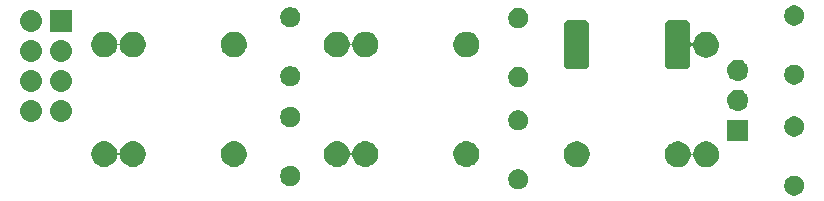
<source format=gbr>
G04 #@! TF.GenerationSoftware,KiCad,Pcbnew,5.1.4+dfsg1-1*
G04 #@! TF.CreationDate,2020-04-10T18:02:35-04:00*
G04 #@! TF.ProjectId,LilMix,4c696c4d-6978-42e6-9b69-6361645f7063,rev?*
G04 #@! TF.SameCoordinates,Original*
G04 #@! TF.FileFunction,Soldermask,Top*
G04 #@! TF.FilePolarity,Negative*
%FSLAX46Y46*%
G04 Gerber Fmt 4.6, Leading zero omitted, Abs format (unit mm)*
G04 Created by KiCad (PCBNEW 5.1.4+dfsg1-1) date 2020-04-10 18:02:35*
%MOMM*%
%LPD*%
G04 APERTURE LIST*
%ADD10C,0.100000*%
G04 APERTURE END LIST*
D10*
G36*
X154717228Y-134305703D02*
G01*
X154872100Y-134369853D01*
X155011481Y-134462985D01*
X155130015Y-134581519D01*
X155223147Y-134720900D01*
X155287297Y-134875772D01*
X155320000Y-135040184D01*
X155320000Y-135207816D01*
X155287297Y-135372228D01*
X155223147Y-135527100D01*
X155130015Y-135666481D01*
X155011481Y-135785015D01*
X154872100Y-135878147D01*
X154717228Y-135942297D01*
X154552816Y-135975000D01*
X154385184Y-135975000D01*
X154220772Y-135942297D01*
X154065900Y-135878147D01*
X153926519Y-135785015D01*
X153807985Y-135666481D01*
X153714853Y-135527100D01*
X153650703Y-135372228D01*
X153618000Y-135207816D01*
X153618000Y-135040184D01*
X153650703Y-134875772D01*
X153714853Y-134720900D01*
X153807985Y-134581519D01*
X153926519Y-134462985D01*
X154065900Y-134369853D01*
X154220772Y-134305703D01*
X154385184Y-134273000D01*
X154552816Y-134273000D01*
X154717228Y-134305703D01*
X154717228Y-134305703D01*
G37*
G36*
X131355228Y-133780703D02*
G01*
X131510100Y-133844853D01*
X131649481Y-133937985D01*
X131768015Y-134056519D01*
X131861147Y-134195900D01*
X131925297Y-134350772D01*
X131958000Y-134515184D01*
X131958000Y-134682816D01*
X131925297Y-134847228D01*
X131861147Y-135002100D01*
X131768015Y-135141481D01*
X131649481Y-135260015D01*
X131510100Y-135353147D01*
X131355228Y-135417297D01*
X131190816Y-135450000D01*
X131023184Y-135450000D01*
X130858772Y-135417297D01*
X130703900Y-135353147D01*
X130564519Y-135260015D01*
X130445985Y-135141481D01*
X130352853Y-135002100D01*
X130288703Y-134847228D01*
X130256000Y-134682816D01*
X130256000Y-134515184D01*
X130288703Y-134350772D01*
X130352853Y-134195900D01*
X130445985Y-134056519D01*
X130564519Y-133937985D01*
X130703900Y-133844853D01*
X130858772Y-133780703D01*
X131023184Y-133748000D01*
X131190816Y-133748000D01*
X131355228Y-133780703D01*
X131355228Y-133780703D01*
G37*
G36*
X112055228Y-133487703D02*
G01*
X112210100Y-133551853D01*
X112349481Y-133644985D01*
X112468015Y-133763519D01*
X112561147Y-133902900D01*
X112625297Y-134057772D01*
X112658000Y-134222184D01*
X112658000Y-134389816D01*
X112625297Y-134554228D01*
X112561147Y-134709100D01*
X112468015Y-134848481D01*
X112349481Y-134967015D01*
X112210100Y-135060147D01*
X112055228Y-135124297D01*
X111890816Y-135157000D01*
X111723184Y-135157000D01*
X111558772Y-135124297D01*
X111403900Y-135060147D01*
X111264519Y-134967015D01*
X111145985Y-134848481D01*
X111052853Y-134709100D01*
X110988703Y-134554228D01*
X110956000Y-134389816D01*
X110956000Y-134222184D01*
X110988703Y-134057772D01*
X111052853Y-133902900D01*
X111145985Y-133763519D01*
X111264519Y-133644985D01*
X111403900Y-133551853D01*
X111558772Y-133487703D01*
X111723184Y-133455000D01*
X111890816Y-133455000D01*
X112055228Y-133487703D01*
X112055228Y-133487703D01*
G37*
G36*
X144857046Y-131415781D02*
G01*
X144927383Y-131429772D01*
X145126151Y-131512105D01*
X145216200Y-131572274D01*
X145260138Y-131601632D01*
X145305037Y-131631633D01*
X145457167Y-131783763D01*
X145576695Y-131962649D01*
X145647845Y-132134418D01*
X145659028Y-132161418D01*
X145692703Y-132330714D01*
X145699816Y-132354163D01*
X145711367Y-132375774D01*
X145726912Y-132394716D01*
X145745854Y-132410261D01*
X145767465Y-132421812D01*
X145790914Y-132428925D01*
X145815300Y-132431327D01*
X145839686Y-132428925D01*
X145863135Y-132421812D01*
X145884746Y-132410261D01*
X145903688Y-132394716D01*
X145919233Y-132375774D01*
X145930784Y-132354163D01*
X145937897Y-132330714D01*
X145971572Y-132161418D01*
X145982756Y-132134418D01*
X146053905Y-131962649D01*
X146173433Y-131783763D01*
X146325563Y-131631633D01*
X146370463Y-131601632D01*
X146414400Y-131572274D01*
X146504449Y-131512105D01*
X146703217Y-131429772D01*
X146773554Y-131415781D01*
X146914226Y-131387800D01*
X147129374Y-131387800D01*
X147270046Y-131415781D01*
X147340383Y-131429772D01*
X147539151Y-131512105D01*
X147629200Y-131572274D01*
X147673138Y-131601632D01*
X147718037Y-131631633D01*
X147870167Y-131783763D01*
X147989695Y-131962649D01*
X148060845Y-132134418D01*
X148072028Y-132161418D01*
X148114000Y-132372426D01*
X148114000Y-132587574D01*
X148110367Y-132605837D01*
X148077399Y-132771583D01*
X148072028Y-132798582D01*
X147989696Y-132997349D01*
X147890213Y-133146237D01*
X147870167Y-133176237D01*
X147718037Y-133328367D01*
X147539151Y-133447895D01*
X147340383Y-133530228D01*
X147280195Y-133542200D01*
X147129374Y-133572200D01*
X146914226Y-133572200D01*
X146763405Y-133542200D01*
X146703217Y-133530228D01*
X146504449Y-133447895D01*
X146325563Y-133328367D01*
X146173433Y-133176237D01*
X146153388Y-133146237D01*
X146053904Y-132997349D01*
X145971572Y-132798582D01*
X145966202Y-132771583D01*
X145937897Y-132629286D01*
X145930784Y-132605837D01*
X145919233Y-132584226D01*
X145903688Y-132565284D01*
X145884746Y-132549739D01*
X145863135Y-132538188D01*
X145839686Y-132531075D01*
X145815300Y-132528673D01*
X145790914Y-132531075D01*
X145767465Y-132538188D01*
X145745854Y-132549739D01*
X145726912Y-132565284D01*
X145711367Y-132584226D01*
X145699816Y-132605837D01*
X145692703Y-132629286D01*
X145664399Y-132771583D01*
X145659028Y-132798582D01*
X145576696Y-132997349D01*
X145477213Y-133146237D01*
X145457167Y-133176237D01*
X145305037Y-133328367D01*
X145126151Y-133447895D01*
X144927383Y-133530228D01*
X144867195Y-133542200D01*
X144716374Y-133572200D01*
X144501226Y-133572200D01*
X144350405Y-133542200D01*
X144290217Y-133530228D01*
X144091449Y-133447895D01*
X143912563Y-133328367D01*
X143760433Y-133176237D01*
X143740388Y-133146237D01*
X143640904Y-132997349D01*
X143558572Y-132798582D01*
X143553202Y-132771583D01*
X143520233Y-132605837D01*
X143516600Y-132587574D01*
X143516600Y-132372426D01*
X143558572Y-132161418D01*
X143569756Y-132134418D01*
X143640905Y-131962649D01*
X143760433Y-131783763D01*
X143912563Y-131631633D01*
X143957463Y-131601632D01*
X144001400Y-131572274D01*
X144091449Y-131512105D01*
X144290217Y-131429772D01*
X144360554Y-131415781D01*
X144501226Y-131387800D01*
X144716374Y-131387800D01*
X144857046Y-131415781D01*
X144857046Y-131415781D01*
G37*
G36*
X136297246Y-131415781D02*
G01*
X136367583Y-131429772D01*
X136566351Y-131512105D01*
X136656400Y-131572274D01*
X136700338Y-131601632D01*
X136745237Y-131631633D01*
X136897367Y-131783763D01*
X137016895Y-131962649D01*
X137088045Y-132134418D01*
X137099228Y-132161418D01*
X137141200Y-132372426D01*
X137141200Y-132587574D01*
X137137567Y-132605837D01*
X137104599Y-132771583D01*
X137099228Y-132798582D01*
X137016896Y-132997349D01*
X136917413Y-133146237D01*
X136897367Y-133176237D01*
X136745237Y-133328367D01*
X136566351Y-133447895D01*
X136367583Y-133530228D01*
X136307395Y-133542200D01*
X136156574Y-133572200D01*
X135941426Y-133572200D01*
X135790605Y-133542200D01*
X135730417Y-133530228D01*
X135531649Y-133447895D01*
X135352763Y-133328367D01*
X135200633Y-133176237D01*
X135180588Y-133146237D01*
X135081104Y-132997349D01*
X134998772Y-132798582D01*
X134993402Y-132771583D01*
X134960433Y-132605837D01*
X134956800Y-132587574D01*
X134956800Y-132372426D01*
X134998772Y-132161418D01*
X135009956Y-132134418D01*
X135081105Y-131962649D01*
X135200633Y-131783763D01*
X135352763Y-131631633D01*
X135397663Y-131601632D01*
X135441600Y-131572274D01*
X135531649Y-131512105D01*
X135730417Y-131429772D01*
X135800754Y-131415781D01*
X135941426Y-131387800D01*
X136156574Y-131387800D01*
X136297246Y-131415781D01*
X136297246Y-131415781D01*
G37*
G36*
X96298512Y-131387800D02*
G01*
X96373783Y-131402772D01*
X96438966Y-131429772D01*
X96565309Y-131482105D01*
X96572551Y-131485105D01*
X96612958Y-131512104D01*
X96746948Y-131601633D01*
X96751437Y-131604633D01*
X96903567Y-131756763D01*
X97023095Y-131935649D01*
X97105428Y-132134417D01*
X97110799Y-132161418D01*
X97139103Y-132303714D01*
X97146216Y-132327163D01*
X97157767Y-132348774D01*
X97173312Y-132367716D01*
X97192254Y-132383261D01*
X97213865Y-132394812D01*
X97237314Y-132401925D01*
X97261700Y-132404327D01*
X97286086Y-132401925D01*
X97309535Y-132394812D01*
X97331146Y-132383261D01*
X97350088Y-132367716D01*
X97365633Y-132348774D01*
X97377184Y-132327163D01*
X97384297Y-132303714D01*
X97412601Y-132161418D01*
X97417972Y-132134417D01*
X97500305Y-131935649D01*
X97619833Y-131756763D01*
X97771963Y-131604633D01*
X97776453Y-131601633D01*
X97910442Y-131512104D01*
X97950849Y-131485105D01*
X97958092Y-131482105D01*
X98084434Y-131429772D01*
X98149617Y-131402772D01*
X98224888Y-131387800D01*
X98360626Y-131360800D01*
X98575774Y-131360800D01*
X98711512Y-131387800D01*
X98786783Y-131402772D01*
X98851966Y-131429772D01*
X98978309Y-131482105D01*
X98985551Y-131485105D01*
X99025958Y-131512104D01*
X99159948Y-131601633D01*
X99164437Y-131604633D01*
X99316567Y-131756763D01*
X99436095Y-131935649D01*
X99518428Y-132134417D01*
X99523799Y-132161418D01*
X99560400Y-132345426D01*
X99560400Y-132560574D01*
X99546732Y-132629286D01*
X99518428Y-132771583D01*
X99507244Y-132798583D01*
X99436096Y-132970349D01*
X99318573Y-133146236D01*
X99316567Y-133149237D01*
X99164437Y-133301367D01*
X98985551Y-133420895D01*
X98786783Y-133503228D01*
X98716446Y-133517219D01*
X98575774Y-133545200D01*
X98360626Y-133545200D01*
X98219954Y-133517219D01*
X98149617Y-133503228D01*
X97950849Y-133420895D01*
X97771963Y-133301367D01*
X97619833Y-133149237D01*
X97617828Y-133146236D01*
X97500304Y-132970349D01*
X97429156Y-132798583D01*
X97417972Y-132771583D01*
X97389668Y-132629286D01*
X97384297Y-132602286D01*
X97377184Y-132578837D01*
X97365633Y-132557226D01*
X97350088Y-132538284D01*
X97331146Y-132522739D01*
X97309535Y-132511188D01*
X97286086Y-132504075D01*
X97261700Y-132501673D01*
X97237314Y-132504075D01*
X97213865Y-132511188D01*
X97192254Y-132522739D01*
X97173312Y-132538284D01*
X97157767Y-132557226D01*
X97146216Y-132578837D01*
X97139103Y-132602286D01*
X97133732Y-132629286D01*
X97105428Y-132771583D01*
X97094244Y-132798583D01*
X97023096Y-132970349D01*
X96905573Y-133146236D01*
X96903567Y-133149237D01*
X96751437Y-133301367D01*
X96572551Y-133420895D01*
X96373783Y-133503228D01*
X96303446Y-133517219D01*
X96162774Y-133545200D01*
X95947626Y-133545200D01*
X95806954Y-133517219D01*
X95736617Y-133503228D01*
X95537849Y-133420895D01*
X95358963Y-133301367D01*
X95206833Y-133149237D01*
X95204828Y-133146236D01*
X95087304Y-132970349D01*
X95016156Y-132798583D01*
X95004972Y-132771583D01*
X94976668Y-132629286D01*
X94963000Y-132560574D01*
X94963000Y-132345426D01*
X94999601Y-132161418D01*
X95004972Y-132134417D01*
X95087305Y-131935649D01*
X95206833Y-131756763D01*
X95358963Y-131604633D01*
X95363453Y-131601633D01*
X95497442Y-131512104D01*
X95537849Y-131485105D01*
X95545092Y-131482105D01*
X95671434Y-131429772D01*
X95736617Y-131402772D01*
X95811888Y-131387800D01*
X95947626Y-131360800D01*
X96162774Y-131360800D01*
X96298512Y-131387800D01*
X96298512Y-131387800D01*
G37*
G36*
X107271312Y-131387800D02*
G01*
X107346583Y-131402772D01*
X107411766Y-131429772D01*
X107538109Y-131482105D01*
X107545351Y-131485105D01*
X107585758Y-131512104D01*
X107719748Y-131601633D01*
X107724237Y-131604633D01*
X107876367Y-131756763D01*
X107995895Y-131935649D01*
X108078228Y-132134417D01*
X108083599Y-132161418D01*
X108120200Y-132345426D01*
X108120200Y-132560574D01*
X108106532Y-132629286D01*
X108078228Y-132771583D01*
X108067044Y-132798583D01*
X107995896Y-132970349D01*
X107878373Y-133146236D01*
X107876367Y-133149237D01*
X107724237Y-133301367D01*
X107545351Y-133420895D01*
X107346583Y-133503228D01*
X107276246Y-133517219D01*
X107135574Y-133545200D01*
X106920426Y-133545200D01*
X106779754Y-133517219D01*
X106709417Y-133503228D01*
X106510649Y-133420895D01*
X106331763Y-133301367D01*
X106179633Y-133149237D01*
X106177628Y-133146236D01*
X106060104Y-132970349D01*
X105988956Y-132798583D01*
X105977772Y-132771583D01*
X105949468Y-132629286D01*
X105935800Y-132560574D01*
X105935800Y-132345426D01*
X105972401Y-132161418D01*
X105977772Y-132134417D01*
X106060105Y-131935649D01*
X106179633Y-131756763D01*
X106331763Y-131604633D01*
X106336253Y-131601633D01*
X106470242Y-131512104D01*
X106510649Y-131485105D01*
X106517892Y-131482105D01*
X106644234Y-131429772D01*
X106709417Y-131402772D01*
X106784688Y-131387800D01*
X106920426Y-131360800D01*
X107135574Y-131360800D01*
X107271312Y-131387800D01*
X107271312Y-131387800D01*
G37*
G36*
X115990446Y-131385781D02*
G01*
X116060783Y-131399772D01*
X116259551Y-131482105D01*
X116304449Y-131512105D01*
X116438436Y-131601632D01*
X116590568Y-131753764D01*
X116710096Y-131932651D01*
X116792428Y-132131418D01*
X116826103Y-132300714D01*
X116833216Y-132324163D01*
X116844767Y-132345774D01*
X116860312Y-132364716D01*
X116879254Y-132380261D01*
X116900865Y-132391812D01*
X116924314Y-132398925D01*
X116948700Y-132401327D01*
X116973086Y-132398925D01*
X116996535Y-132391812D01*
X117018146Y-132380261D01*
X117037088Y-132364716D01*
X117052633Y-132345774D01*
X117064184Y-132324163D01*
X117071297Y-132300714D01*
X117104972Y-132131418D01*
X117187304Y-131932651D01*
X117306832Y-131753764D01*
X117458964Y-131601632D01*
X117592951Y-131512105D01*
X117637849Y-131482105D01*
X117836617Y-131399772D01*
X117906954Y-131385781D01*
X118047626Y-131357800D01*
X118262774Y-131357800D01*
X118403446Y-131385781D01*
X118473783Y-131399772D01*
X118672551Y-131482105D01*
X118717449Y-131512105D01*
X118851436Y-131601632D01*
X119003568Y-131753764D01*
X119123096Y-131932651D01*
X119205428Y-132131418D01*
X119247400Y-132342426D01*
X119247400Y-132557574D01*
X119219419Y-132698246D01*
X119205428Y-132768583D01*
X119123095Y-132967351D01*
X119062926Y-133057400D01*
X119003568Y-133146236D01*
X118851436Y-133298368D01*
X118762600Y-133357726D01*
X118672551Y-133417895D01*
X118672550Y-133417896D01*
X118672549Y-133417896D01*
X118665306Y-133420896D01*
X118473783Y-133500228D01*
X118403446Y-133514219D01*
X118262774Y-133542200D01*
X118047626Y-133542200D01*
X117906954Y-133514219D01*
X117836617Y-133500228D01*
X117645094Y-133420896D01*
X117637851Y-133417896D01*
X117637850Y-133417896D01*
X117637849Y-133417895D01*
X117547800Y-133357726D01*
X117458964Y-133298368D01*
X117306832Y-133146236D01*
X117247474Y-133057400D01*
X117187305Y-132967351D01*
X117104972Y-132768583D01*
X117091344Y-132700069D01*
X117071297Y-132599286D01*
X117064184Y-132575837D01*
X117052633Y-132554226D01*
X117037088Y-132535284D01*
X117018146Y-132519739D01*
X116996535Y-132508188D01*
X116973086Y-132501075D01*
X116948700Y-132498673D01*
X116924314Y-132501075D01*
X116900865Y-132508188D01*
X116879254Y-132519739D01*
X116860312Y-132535284D01*
X116844767Y-132554226D01*
X116833216Y-132575837D01*
X116826103Y-132599286D01*
X116806056Y-132700069D01*
X116792428Y-132768583D01*
X116710095Y-132967351D01*
X116649926Y-133057400D01*
X116590568Y-133146236D01*
X116438436Y-133298368D01*
X116349600Y-133357726D01*
X116259551Y-133417895D01*
X116259550Y-133417896D01*
X116259549Y-133417896D01*
X116252306Y-133420896D01*
X116060783Y-133500228D01*
X115990446Y-133514219D01*
X115849774Y-133542200D01*
X115634626Y-133542200D01*
X115493954Y-133514219D01*
X115423617Y-133500228D01*
X115232094Y-133420896D01*
X115224851Y-133417896D01*
X115224850Y-133417896D01*
X115224849Y-133417895D01*
X115134800Y-133357726D01*
X115045964Y-133298368D01*
X114893832Y-133146236D01*
X114834474Y-133057400D01*
X114774305Y-132967351D01*
X114691972Y-132768583D01*
X114677981Y-132698246D01*
X114650000Y-132557574D01*
X114650000Y-132342426D01*
X114691972Y-132131418D01*
X114774304Y-131932651D01*
X114893832Y-131753764D01*
X115045964Y-131601632D01*
X115179951Y-131512105D01*
X115224849Y-131482105D01*
X115423617Y-131399772D01*
X115493954Y-131385781D01*
X115634626Y-131357800D01*
X115849774Y-131357800D01*
X115990446Y-131385781D01*
X115990446Y-131385781D01*
G37*
G36*
X126963246Y-131385781D02*
G01*
X127033583Y-131399772D01*
X127232351Y-131482105D01*
X127277249Y-131512105D01*
X127411236Y-131601632D01*
X127563368Y-131753764D01*
X127682896Y-131932651D01*
X127765228Y-132131418D01*
X127807200Y-132342426D01*
X127807200Y-132557574D01*
X127779219Y-132698246D01*
X127765228Y-132768583D01*
X127682895Y-132967351D01*
X127622726Y-133057400D01*
X127563368Y-133146236D01*
X127411236Y-133298368D01*
X127322400Y-133357726D01*
X127232351Y-133417895D01*
X127232350Y-133417896D01*
X127232349Y-133417896D01*
X127225106Y-133420896D01*
X127033583Y-133500228D01*
X126963246Y-133514219D01*
X126822574Y-133542200D01*
X126607426Y-133542200D01*
X126466754Y-133514219D01*
X126396417Y-133500228D01*
X126204894Y-133420896D01*
X126197651Y-133417896D01*
X126197650Y-133417896D01*
X126197649Y-133417895D01*
X126107600Y-133357726D01*
X126018764Y-133298368D01*
X125866632Y-133146236D01*
X125807274Y-133057400D01*
X125747105Y-132967351D01*
X125664772Y-132768583D01*
X125650781Y-132698246D01*
X125622800Y-132557574D01*
X125622800Y-132342426D01*
X125664772Y-132131418D01*
X125747104Y-131932651D01*
X125866632Y-131753764D01*
X126018764Y-131601632D01*
X126152751Y-131512105D01*
X126197649Y-131482105D01*
X126396417Y-131399772D01*
X126466754Y-131385781D01*
X126607426Y-131357800D01*
X126822574Y-131357800D01*
X126963246Y-131385781D01*
X126963246Y-131385781D01*
G37*
G36*
X150581000Y-131341000D02*
G01*
X148779000Y-131341000D01*
X148779000Y-129539000D01*
X150581000Y-129539000D01*
X150581000Y-131341000D01*
X150581000Y-131341000D01*
G37*
G36*
X154717228Y-129305703D02*
G01*
X154872100Y-129369853D01*
X155011481Y-129462985D01*
X155130015Y-129581519D01*
X155223147Y-129720900D01*
X155287297Y-129875772D01*
X155320000Y-130040184D01*
X155320000Y-130207816D01*
X155287297Y-130372228D01*
X155223147Y-130527100D01*
X155130015Y-130666481D01*
X155011481Y-130785015D01*
X154872100Y-130878147D01*
X154717228Y-130942297D01*
X154552816Y-130975000D01*
X154385184Y-130975000D01*
X154220772Y-130942297D01*
X154065900Y-130878147D01*
X153926519Y-130785015D01*
X153807985Y-130666481D01*
X153714853Y-130527100D01*
X153650703Y-130372228D01*
X153618000Y-130207816D01*
X153618000Y-130040184D01*
X153650703Y-129875772D01*
X153714853Y-129720900D01*
X153807985Y-129581519D01*
X153926519Y-129462985D01*
X154065900Y-129369853D01*
X154220772Y-129305703D01*
X154385184Y-129273000D01*
X154552816Y-129273000D01*
X154717228Y-129305703D01*
X154717228Y-129305703D01*
G37*
G36*
X131355228Y-128780703D02*
G01*
X131510100Y-128844853D01*
X131649481Y-128937985D01*
X131768015Y-129056519D01*
X131861147Y-129195900D01*
X131925297Y-129350772D01*
X131958000Y-129515184D01*
X131958000Y-129682816D01*
X131925297Y-129847228D01*
X131861147Y-130002100D01*
X131768015Y-130141481D01*
X131649481Y-130260015D01*
X131510100Y-130353147D01*
X131355228Y-130417297D01*
X131190816Y-130450000D01*
X131023184Y-130450000D01*
X130858772Y-130417297D01*
X130703900Y-130353147D01*
X130564519Y-130260015D01*
X130445985Y-130141481D01*
X130352853Y-130002100D01*
X130288703Y-129847228D01*
X130256000Y-129682816D01*
X130256000Y-129515184D01*
X130288703Y-129350772D01*
X130352853Y-129195900D01*
X130445985Y-129056519D01*
X130564519Y-128937985D01*
X130703900Y-128844853D01*
X130858772Y-128780703D01*
X131023184Y-128748000D01*
X131190816Y-128748000D01*
X131355228Y-128780703D01*
X131355228Y-128780703D01*
G37*
G36*
X112055228Y-128487703D02*
G01*
X112210100Y-128551853D01*
X112349481Y-128644985D01*
X112468015Y-128763519D01*
X112561147Y-128902900D01*
X112625297Y-129057772D01*
X112658000Y-129222184D01*
X112658000Y-129389816D01*
X112625297Y-129554228D01*
X112561147Y-129709100D01*
X112468015Y-129848481D01*
X112349481Y-129967015D01*
X112210100Y-130060147D01*
X112055228Y-130124297D01*
X111890816Y-130157000D01*
X111723184Y-130157000D01*
X111558772Y-130124297D01*
X111403900Y-130060147D01*
X111264519Y-129967015D01*
X111145985Y-129848481D01*
X111052853Y-129709100D01*
X110988703Y-129554228D01*
X110956000Y-129389816D01*
X110956000Y-129222184D01*
X110988703Y-129057772D01*
X111052853Y-128902900D01*
X111145985Y-128763519D01*
X111264519Y-128644985D01*
X111403900Y-128551853D01*
X111558772Y-128487703D01*
X111723184Y-128455000D01*
X111890816Y-128455000D01*
X112055228Y-128487703D01*
X112055228Y-128487703D01*
G37*
G36*
X90039294Y-127918633D02*
G01*
X90211695Y-127970931D01*
X90370583Y-128055858D01*
X90509849Y-128170151D01*
X90624142Y-128309417D01*
X90709069Y-128468305D01*
X90761367Y-128640706D01*
X90779025Y-128820000D01*
X90761367Y-128999294D01*
X90709069Y-129171695D01*
X90624142Y-129330583D01*
X90509849Y-129469849D01*
X90370583Y-129584142D01*
X90211695Y-129669069D01*
X90039294Y-129721367D01*
X89904931Y-129734600D01*
X89815069Y-129734600D01*
X89680706Y-129721367D01*
X89508305Y-129669069D01*
X89349417Y-129584142D01*
X89210151Y-129469849D01*
X89095858Y-129330583D01*
X89010931Y-129171695D01*
X88958633Y-128999294D01*
X88940975Y-128820000D01*
X88958633Y-128640706D01*
X89010931Y-128468305D01*
X89095858Y-128309417D01*
X89210151Y-128170151D01*
X89349417Y-128055858D01*
X89508305Y-127970931D01*
X89680706Y-127918633D01*
X89815069Y-127905400D01*
X89904931Y-127905400D01*
X90039294Y-127918633D01*
X90039294Y-127918633D01*
G37*
G36*
X92579294Y-127918633D02*
G01*
X92751695Y-127970931D01*
X92910583Y-128055858D01*
X93049849Y-128170151D01*
X93164142Y-128309417D01*
X93249069Y-128468305D01*
X93301367Y-128640706D01*
X93319025Y-128820000D01*
X93301367Y-128999294D01*
X93249069Y-129171695D01*
X93164142Y-129330583D01*
X93049849Y-129469849D01*
X92910583Y-129584142D01*
X92751695Y-129669069D01*
X92579294Y-129721367D01*
X92444931Y-129734600D01*
X92355069Y-129734600D01*
X92220706Y-129721367D01*
X92048305Y-129669069D01*
X91889417Y-129584142D01*
X91750151Y-129469849D01*
X91635858Y-129330583D01*
X91550931Y-129171695D01*
X91498633Y-128999294D01*
X91480975Y-128820000D01*
X91498633Y-128640706D01*
X91550931Y-128468305D01*
X91635858Y-128309417D01*
X91750151Y-128170151D01*
X91889417Y-128055858D01*
X92048305Y-127970931D01*
X92220706Y-127918633D01*
X92355069Y-127905400D01*
X92444931Y-127905400D01*
X92579294Y-127918633D01*
X92579294Y-127918633D01*
G37*
G36*
X149790442Y-127005518D02*
G01*
X149856627Y-127012037D01*
X150026466Y-127063557D01*
X150182991Y-127147222D01*
X150218729Y-127176552D01*
X150320186Y-127259814D01*
X150403448Y-127361271D01*
X150432778Y-127397009D01*
X150516443Y-127553534D01*
X150567963Y-127723373D01*
X150585359Y-127900000D01*
X150567963Y-128076627D01*
X150516443Y-128246466D01*
X150432778Y-128402991D01*
X150403448Y-128438729D01*
X150320186Y-128540186D01*
X150218729Y-128623448D01*
X150182991Y-128652778D01*
X150026466Y-128736443D01*
X149856627Y-128787963D01*
X149790442Y-128794482D01*
X149724260Y-128801000D01*
X149635740Y-128801000D01*
X149569558Y-128794482D01*
X149503373Y-128787963D01*
X149333534Y-128736443D01*
X149177009Y-128652778D01*
X149141271Y-128623448D01*
X149039814Y-128540186D01*
X148956552Y-128438729D01*
X148927222Y-128402991D01*
X148843557Y-128246466D01*
X148792037Y-128076627D01*
X148774641Y-127900000D01*
X148792037Y-127723373D01*
X148843557Y-127553534D01*
X148927222Y-127397009D01*
X148956552Y-127361271D01*
X149039814Y-127259814D01*
X149141271Y-127176552D01*
X149177009Y-127147222D01*
X149333534Y-127063557D01*
X149503373Y-127012037D01*
X149569558Y-127005518D01*
X149635740Y-126999000D01*
X149724260Y-126999000D01*
X149790442Y-127005518D01*
X149790442Y-127005518D01*
G37*
G36*
X92579294Y-125378633D02*
G01*
X92751695Y-125430931D01*
X92910583Y-125515858D01*
X93049849Y-125630151D01*
X93164142Y-125769417D01*
X93249069Y-125928305D01*
X93301367Y-126100706D01*
X93319025Y-126280000D01*
X93301367Y-126459294D01*
X93249069Y-126631695D01*
X93164142Y-126790583D01*
X93049849Y-126929849D01*
X92910583Y-127044142D01*
X92751695Y-127129069D01*
X92579294Y-127181367D01*
X92444931Y-127194600D01*
X92355069Y-127194600D01*
X92220706Y-127181367D01*
X92048305Y-127129069D01*
X91889417Y-127044142D01*
X91750151Y-126929849D01*
X91635858Y-126790583D01*
X91550931Y-126631695D01*
X91498633Y-126459294D01*
X91480975Y-126280000D01*
X91498633Y-126100706D01*
X91550931Y-125928305D01*
X91635858Y-125769417D01*
X91750151Y-125630151D01*
X91889417Y-125515858D01*
X92048305Y-125430931D01*
X92220706Y-125378633D01*
X92355069Y-125365400D01*
X92444931Y-125365400D01*
X92579294Y-125378633D01*
X92579294Y-125378633D01*
G37*
G36*
X90039294Y-125378633D02*
G01*
X90211695Y-125430931D01*
X90370583Y-125515858D01*
X90509849Y-125630151D01*
X90624142Y-125769417D01*
X90709069Y-125928305D01*
X90761367Y-126100706D01*
X90779025Y-126280000D01*
X90761367Y-126459294D01*
X90709069Y-126631695D01*
X90624142Y-126790583D01*
X90509849Y-126929849D01*
X90370583Y-127044142D01*
X90211695Y-127129069D01*
X90039294Y-127181367D01*
X89904931Y-127194600D01*
X89815069Y-127194600D01*
X89680706Y-127181367D01*
X89508305Y-127129069D01*
X89349417Y-127044142D01*
X89210151Y-126929849D01*
X89095858Y-126790583D01*
X89010931Y-126631695D01*
X88958633Y-126459294D01*
X88940975Y-126280000D01*
X88958633Y-126100706D01*
X89010931Y-125928305D01*
X89095858Y-125769417D01*
X89210151Y-125630151D01*
X89349417Y-125515858D01*
X89508305Y-125430931D01*
X89680706Y-125378633D01*
X89815069Y-125365400D01*
X89904931Y-125365400D01*
X90039294Y-125378633D01*
X90039294Y-125378633D01*
G37*
G36*
X131355228Y-125120703D02*
G01*
X131510100Y-125184853D01*
X131649481Y-125277985D01*
X131768015Y-125396519D01*
X131861147Y-125535900D01*
X131925297Y-125690772D01*
X131958000Y-125855184D01*
X131958000Y-126022816D01*
X131925297Y-126187228D01*
X131861147Y-126342100D01*
X131768015Y-126481481D01*
X131649481Y-126600015D01*
X131510100Y-126693147D01*
X131355228Y-126757297D01*
X131190816Y-126790000D01*
X131023184Y-126790000D01*
X130858772Y-126757297D01*
X130703900Y-126693147D01*
X130564519Y-126600015D01*
X130445985Y-126481481D01*
X130352853Y-126342100D01*
X130288703Y-126187228D01*
X130256000Y-126022816D01*
X130256000Y-125855184D01*
X130288703Y-125690772D01*
X130352853Y-125535900D01*
X130445985Y-125396519D01*
X130564519Y-125277985D01*
X130703900Y-125184853D01*
X130858772Y-125120703D01*
X131023184Y-125088000D01*
X131190816Y-125088000D01*
X131355228Y-125120703D01*
X131355228Y-125120703D01*
G37*
G36*
X112055228Y-125047703D02*
G01*
X112210100Y-125111853D01*
X112349481Y-125204985D01*
X112468015Y-125323519D01*
X112561147Y-125462900D01*
X112625297Y-125617772D01*
X112658000Y-125782184D01*
X112658000Y-125949816D01*
X112625297Y-126114228D01*
X112561147Y-126269100D01*
X112468015Y-126408481D01*
X112349481Y-126527015D01*
X112210100Y-126620147D01*
X112055228Y-126684297D01*
X111890816Y-126717000D01*
X111723184Y-126717000D01*
X111558772Y-126684297D01*
X111403900Y-126620147D01*
X111264519Y-126527015D01*
X111145985Y-126408481D01*
X111052853Y-126269100D01*
X110988703Y-126114228D01*
X110956000Y-125949816D01*
X110956000Y-125782184D01*
X110988703Y-125617772D01*
X111052853Y-125462900D01*
X111145985Y-125323519D01*
X111264519Y-125204985D01*
X111403900Y-125111853D01*
X111558772Y-125047703D01*
X111723184Y-125015000D01*
X111890816Y-125015000D01*
X112055228Y-125047703D01*
X112055228Y-125047703D01*
G37*
G36*
X154717228Y-124907703D02*
G01*
X154872100Y-124971853D01*
X155011481Y-125064985D01*
X155130015Y-125183519D01*
X155223147Y-125322900D01*
X155287297Y-125477772D01*
X155320000Y-125642184D01*
X155320000Y-125809816D01*
X155287297Y-125974228D01*
X155223147Y-126129100D01*
X155130015Y-126268481D01*
X155011481Y-126387015D01*
X154872100Y-126480147D01*
X154717228Y-126544297D01*
X154552816Y-126577000D01*
X154385184Y-126577000D01*
X154220772Y-126544297D01*
X154065900Y-126480147D01*
X153926519Y-126387015D01*
X153807985Y-126268481D01*
X153714853Y-126129100D01*
X153650703Y-125974228D01*
X153618000Y-125809816D01*
X153618000Y-125642184D01*
X153650703Y-125477772D01*
X153714853Y-125322900D01*
X153807985Y-125183519D01*
X153926519Y-125064985D01*
X154065900Y-124971853D01*
X154220772Y-124907703D01*
X154385184Y-124875000D01*
X154552816Y-124875000D01*
X154717228Y-124907703D01*
X154717228Y-124907703D01*
G37*
G36*
X149790443Y-124465519D02*
G01*
X149856627Y-124472037D01*
X150026466Y-124523557D01*
X150182991Y-124607222D01*
X150218729Y-124636552D01*
X150320186Y-124719814D01*
X150379804Y-124792460D01*
X150432778Y-124857009D01*
X150516443Y-125013534D01*
X150567963Y-125183373D01*
X150585359Y-125360000D01*
X150567963Y-125536627D01*
X150516443Y-125706466D01*
X150432778Y-125862991D01*
X150403448Y-125898729D01*
X150320186Y-126000186D01*
X150218729Y-126083448D01*
X150182991Y-126112778D01*
X150026466Y-126196443D01*
X149856627Y-126247963D01*
X149790442Y-126254482D01*
X149724260Y-126261000D01*
X149635740Y-126261000D01*
X149569558Y-126254482D01*
X149503373Y-126247963D01*
X149333534Y-126196443D01*
X149177009Y-126112778D01*
X149141271Y-126083448D01*
X149039814Y-126000186D01*
X148956552Y-125898729D01*
X148927222Y-125862991D01*
X148843557Y-125706466D01*
X148792037Y-125536627D01*
X148774641Y-125360000D01*
X148792037Y-125183373D01*
X148843557Y-125013534D01*
X148927222Y-124857009D01*
X148980196Y-124792460D01*
X149039814Y-124719814D01*
X149141271Y-124636552D01*
X149177009Y-124607222D01*
X149333534Y-124523557D01*
X149503373Y-124472037D01*
X149569557Y-124465519D01*
X149635740Y-124459000D01*
X149724260Y-124459000D01*
X149790443Y-124465519D01*
X149790443Y-124465519D01*
G37*
G36*
X136735826Y-121107685D02*
G01*
X136826437Y-121135172D01*
X136909936Y-121179803D01*
X136983129Y-121239871D01*
X137043197Y-121313064D01*
X137087828Y-121396563D01*
X137115315Y-121487174D01*
X137125200Y-121587540D01*
X137125200Y-124792460D01*
X137115315Y-124892826D01*
X137087828Y-124983437D01*
X137043197Y-125066936D01*
X136983129Y-125140129D01*
X136909936Y-125200197D01*
X136826437Y-125244828D01*
X136735826Y-125272315D01*
X136635460Y-125282200D01*
X135430540Y-125282200D01*
X135330174Y-125272315D01*
X135239563Y-125244828D01*
X135156064Y-125200197D01*
X135082871Y-125140129D01*
X135022803Y-125066936D01*
X134978172Y-124983437D01*
X134950685Y-124892826D01*
X134940800Y-124792460D01*
X134940800Y-121587540D01*
X134950685Y-121487174D01*
X134978172Y-121396563D01*
X135022803Y-121313064D01*
X135082871Y-121239871D01*
X135156064Y-121179803D01*
X135239563Y-121135172D01*
X135330174Y-121107685D01*
X135430540Y-121097800D01*
X136635460Y-121097800D01*
X136735826Y-121107685D01*
X136735826Y-121107685D01*
G37*
G36*
X145295626Y-121107685D02*
G01*
X145386237Y-121135172D01*
X145469736Y-121179803D01*
X145542929Y-121239871D01*
X145602997Y-121313064D01*
X145647628Y-121396563D01*
X145675115Y-121487174D01*
X145685000Y-121587540D01*
X145685000Y-122962540D01*
X145687402Y-122986926D01*
X145694515Y-123010375D01*
X145706066Y-123031986D01*
X145721611Y-123050928D01*
X145740553Y-123066473D01*
X145762164Y-123078024D01*
X145785613Y-123085137D01*
X145809999Y-123087539D01*
X145834385Y-123085137D01*
X145857834Y-123078024D01*
X145879445Y-123066473D01*
X145898387Y-123050928D01*
X145913932Y-123031986D01*
X145925483Y-123010375D01*
X145932596Y-122986926D01*
X145951690Y-122890932D01*
X145955572Y-122871417D01*
X146037905Y-122672649D01*
X146157433Y-122493763D01*
X146309563Y-122341633D01*
X146327524Y-122329632D01*
X146398400Y-122282274D01*
X146488449Y-122222105D01*
X146687217Y-122139772D01*
X146762628Y-122124772D01*
X146898226Y-122097800D01*
X147113374Y-122097800D01*
X147248972Y-122124772D01*
X147324383Y-122139772D01*
X147523151Y-122222105D01*
X147613200Y-122282274D01*
X147684077Y-122329632D01*
X147702037Y-122341633D01*
X147854167Y-122493763D01*
X147973695Y-122672649D01*
X148056028Y-122871417D01*
X148059910Y-122890932D01*
X148098000Y-123082426D01*
X148098000Y-123297574D01*
X148079004Y-123393074D01*
X148059012Y-123493583D01*
X148056028Y-123508582D01*
X147978667Y-123695349D01*
X147973695Y-123707351D01*
X147913526Y-123797400D01*
X147864191Y-123871236D01*
X147854167Y-123886237D01*
X147702037Y-124038367D01*
X147523151Y-124157895D01*
X147324383Y-124240228D01*
X147272324Y-124250583D01*
X147113374Y-124282200D01*
X146898226Y-124282200D01*
X146739276Y-124250583D01*
X146687217Y-124240228D01*
X146488449Y-124157895D01*
X146309563Y-124038367D01*
X146157433Y-123886237D01*
X146147410Y-123871236D01*
X146098074Y-123797400D01*
X146037905Y-123707351D01*
X146032934Y-123695349D01*
X145955572Y-123508582D01*
X145952589Y-123493583D01*
X145932596Y-123393074D01*
X145925483Y-123369625D01*
X145913932Y-123348014D01*
X145898387Y-123329072D01*
X145879445Y-123313527D01*
X145857834Y-123301976D01*
X145834385Y-123294863D01*
X145809999Y-123292461D01*
X145785613Y-123294863D01*
X145762164Y-123301976D01*
X145740553Y-123313527D01*
X145721611Y-123329072D01*
X145706066Y-123348014D01*
X145694515Y-123369625D01*
X145687402Y-123393074D01*
X145685000Y-123417460D01*
X145685000Y-124792460D01*
X145675115Y-124892826D01*
X145647628Y-124983437D01*
X145602997Y-125066936D01*
X145542929Y-125140129D01*
X145469736Y-125200197D01*
X145386237Y-125244828D01*
X145295626Y-125272315D01*
X145195260Y-125282200D01*
X143990340Y-125282200D01*
X143889974Y-125272315D01*
X143799363Y-125244828D01*
X143715864Y-125200197D01*
X143642671Y-125140129D01*
X143582603Y-125066936D01*
X143537972Y-124983437D01*
X143510485Y-124892826D01*
X143500600Y-124792460D01*
X143500600Y-121587540D01*
X143510485Y-121487174D01*
X143537972Y-121396563D01*
X143582603Y-121313064D01*
X143642671Y-121239871D01*
X143715864Y-121179803D01*
X143799363Y-121135172D01*
X143889974Y-121107685D01*
X143990340Y-121097800D01*
X145195260Y-121097800D01*
X145295626Y-121107685D01*
X145295626Y-121107685D01*
G37*
G36*
X92579294Y-122838633D02*
G01*
X92751695Y-122890931D01*
X92910583Y-122975858D01*
X93049849Y-123090151D01*
X93164142Y-123229417D01*
X93249069Y-123388305D01*
X93301367Y-123560706D01*
X93319025Y-123740000D01*
X93301367Y-123919294D01*
X93249069Y-124091695D01*
X93164142Y-124250583D01*
X93049849Y-124389849D01*
X92910583Y-124504142D01*
X92751695Y-124589069D01*
X92579294Y-124641367D01*
X92444931Y-124654600D01*
X92355069Y-124654600D01*
X92220706Y-124641367D01*
X92048305Y-124589069D01*
X91889417Y-124504142D01*
X91750151Y-124389849D01*
X91635858Y-124250583D01*
X91550931Y-124091695D01*
X91498633Y-123919294D01*
X91480975Y-123740000D01*
X91498633Y-123560706D01*
X91550931Y-123388305D01*
X91635858Y-123229417D01*
X91750151Y-123090151D01*
X91889417Y-122975858D01*
X92048305Y-122890931D01*
X92220706Y-122838633D01*
X92355069Y-122825400D01*
X92444931Y-122825400D01*
X92579294Y-122838633D01*
X92579294Y-122838633D01*
G37*
G36*
X90039294Y-122838633D02*
G01*
X90211695Y-122890931D01*
X90370583Y-122975858D01*
X90509849Y-123090151D01*
X90624142Y-123229417D01*
X90709069Y-123388305D01*
X90761367Y-123560706D01*
X90779025Y-123740000D01*
X90761367Y-123919294D01*
X90709069Y-124091695D01*
X90624142Y-124250583D01*
X90509849Y-124389849D01*
X90370583Y-124504142D01*
X90211695Y-124589069D01*
X90039294Y-124641367D01*
X89904931Y-124654600D01*
X89815069Y-124654600D01*
X89680706Y-124641367D01*
X89508305Y-124589069D01*
X89349417Y-124504142D01*
X89210151Y-124389849D01*
X89095858Y-124250583D01*
X89010931Y-124091695D01*
X88958633Y-123919294D01*
X88940975Y-123740000D01*
X88958633Y-123560706D01*
X89010931Y-123388305D01*
X89095858Y-123229417D01*
X89210151Y-123090151D01*
X89349417Y-122975858D01*
X89508305Y-122890931D01*
X89680706Y-122838633D01*
X89815069Y-122825400D01*
X89904931Y-122825400D01*
X90039294Y-122838633D01*
X90039294Y-122838633D01*
G37*
G36*
X96303446Y-122113781D02*
G01*
X96373783Y-122127772D01*
X96402753Y-122139772D01*
X96565309Y-122207105D01*
X96572551Y-122210105D01*
X96590510Y-122222105D01*
X96746948Y-122326633D01*
X96751437Y-122329633D01*
X96903567Y-122481763D01*
X97021092Y-122657651D01*
X97023096Y-122660651D01*
X97047210Y-122718867D01*
X97104186Y-122856418D01*
X97105428Y-122859418D01*
X97139103Y-123028714D01*
X97146216Y-123052163D01*
X97157767Y-123073774D01*
X97173312Y-123092716D01*
X97192254Y-123108261D01*
X97213865Y-123119812D01*
X97237314Y-123126925D01*
X97261700Y-123129327D01*
X97286086Y-123126925D01*
X97309535Y-123119812D01*
X97331146Y-123108261D01*
X97350088Y-123092716D01*
X97365633Y-123073774D01*
X97377184Y-123052163D01*
X97384297Y-123028714D01*
X97417972Y-122859418D01*
X97419215Y-122856418D01*
X97476190Y-122718867D01*
X97500304Y-122660651D01*
X97502309Y-122657651D01*
X97619833Y-122481763D01*
X97771963Y-122329633D01*
X97776453Y-122326633D01*
X97932890Y-122222105D01*
X97950849Y-122210105D01*
X97958092Y-122207105D01*
X98120647Y-122139772D01*
X98149617Y-122127772D01*
X98219954Y-122113781D01*
X98360626Y-122085800D01*
X98575774Y-122085800D01*
X98716446Y-122113781D01*
X98786783Y-122127772D01*
X98815753Y-122139772D01*
X98978309Y-122207105D01*
X98985551Y-122210105D01*
X99003510Y-122222105D01*
X99159948Y-122326633D01*
X99164437Y-122329633D01*
X99316567Y-122481763D01*
X99434092Y-122657651D01*
X99436096Y-122660651D01*
X99460210Y-122718867D01*
X99517186Y-122856418D01*
X99518428Y-122859418D01*
X99560400Y-123070426D01*
X99560400Y-123285574D01*
X99539017Y-123393074D01*
X99518428Y-123496583D01*
X99513457Y-123508583D01*
X99436096Y-123695349D01*
X99316568Y-123874236D01*
X99164436Y-124026368D01*
X99075600Y-124085726D01*
X98985551Y-124145895D01*
X98786783Y-124228228D01*
X98726454Y-124240228D01*
X98575774Y-124270200D01*
X98360626Y-124270200D01*
X98209946Y-124240228D01*
X98149617Y-124228228D01*
X97950849Y-124145895D01*
X97860800Y-124085726D01*
X97771964Y-124026368D01*
X97619832Y-123874236D01*
X97500304Y-123695349D01*
X97422943Y-123508583D01*
X97417972Y-123496583D01*
X97397383Y-123393074D01*
X97384297Y-123327286D01*
X97377184Y-123303837D01*
X97365633Y-123282226D01*
X97350088Y-123263284D01*
X97331146Y-123247739D01*
X97309535Y-123236188D01*
X97286086Y-123229075D01*
X97261700Y-123226673D01*
X97237314Y-123229075D01*
X97213865Y-123236188D01*
X97192254Y-123247739D01*
X97173312Y-123263284D01*
X97157767Y-123282226D01*
X97146216Y-123303837D01*
X97139103Y-123327286D01*
X97126017Y-123393074D01*
X97105428Y-123496583D01*
X97100457Y-123508583D01*
X97023096Y-123695349D01*
X96903568Y-123874236D01*
X96751436Y-124026368D01*
X96662600Y-124085726D01*
X96572551Y-124145895D01*
X96373783Y-124228228D01*
X96313454Y-124240228D01*
X96162774Y-124270200D01*
X95947626Y-124270200D01*
X95796946Y-124240228D01*
X95736617Y-124228228D01*
X95537849Y-124145895D01*
X95447800Y-124085726D01*
X95358964Y-124026368D01*
X95206832Y-123874236D01*
X95087304Y-123695349D01*
X95009943Y-123508583D01*
X95004972Y-123496583D01*
X94984383Y-123393074D01*
X94963000Y-123285574D01*
X94963000Y-123070426D01*
X95004972Y-122859418D01*
X95006215Y-122856418D01*
X95063190Y-122718867D01*
X95087304Y-122660651D01*
X95089309Y-122657651D01*
X95206833Y-122481763D01*
X95358963Y-122329633D01*
X95363453Y-122326633D01*
X95519890Y-122222105D01*
X95537849Y-122210105D01*
X95545092Y-122207105D01*
X95707647Y-122139772D01*
X95736617Y-122127772D01*
X95806954Y-122113781D01*
X95947626Y-122085800D01*
X96162774Y-122085800D01*
X96303446Y-122113781D01*
X96303446Y-122113781D01*
G37*
G36*
X107276246Y-122113781D02*
G01*
X107346583Y-122127772D01*
X107375553Y-122139772D01*
X107538109Y-122207105D01*
X107545351Y-122210105D01*
X107563310Y-122222105D01*
X107719748Y-122326633D01*
X107724237Y-122329633D01*
X107876367Y-122481763D01*
X107993892Y-122657651D01*
X107995896Y-122660651D01*
X108020010Y-122718867D01*
X108076986Y-122856418D01*
X108078228Y-122859418D01*
X108120200Y-123070426D01*
X108120200Y-123285574D01*
X108098817Y-123393074D01*
X108078228Y-123496583D01*
X108073257Y-123508583D01*
X107995896Y-123695349D01*
X107876368Y-123874236D01*
X107724236Y-124026368D01*
X107635400Y-124085726D01*
X107545351Y-124145895D01*
X107346583Y-124228228D01*
X107286254Y-124240228D01*
X107135574Y-124270200D01*
X106920426Y-124270200D01*
X106769746Y-124240228D01*
X106709417Y-124228228D01*
X106510649Y-124145895D01*
X106420600Y-124085726D01*
X106331764Y-124026368D01*
X106179632Y-123874236D01*
X106060104Y-123695349D01*
X105982743Y-123508583D01*
X105977772Y-123496583D01*
X105957183Y-123393074D01*
X105935800Y-123285574D01*
X105935800Y-123070426D01*
X105977772Y-122859418D01*
X105979015Y-122856418D01*
X106035990Y-122718867D01*
X106060104Y-122660651D01*
X106062109Y-122657651D01*
X106179633Y-122481763D01*
X106331763Y-122329633D01*
X106336253Y-122326633D01*
X106492690Y-122222105D01*
X106510649Y-122210105D01*
X106517892Y-122207105D01*
X106680447Y-122139772D01*
X106709417Y-122127772D01*
X106779754Y-122113781D01*
X106920426Y-122085800D01*
X107135574Y-122085800D01*
X107276246Y-122113781D01*
X107276246Y-122113781D01*
G37*
G36*
X126963246Y-122110781D02*
G01*
X127033583Y-122124772D01*
X127232351Y-122207105D01*
X127254800Y-122222105D01*
X127411236Y-122326632D01*
X127563368Y-122478764D01*
X127682896Y-122657651D01*
X127689108Y-122672649D01*
X127765228Y-122856417D01*
X127768212Y-122871418D01*
X127807200Y-123067426D01*
X127807200Y-123282574D01*
X127786169Y-123388304D01*
X127765228Y-123493583D01*
X127682895Y-123692351D01*
X127672872Y-123707351D01*
X127563368Y-123871236D01*
X127411236Y-124023368D01*
X127322400Y-124082726D01*
X127232351Y-124142895D01*
X127232350Y-124142896D01*
X127232349Y-124142896D01*
X127225106Y-124145896D01*
X127033583Y-124225228D01*
X126963246Y-124239219D01*
X126822574Y-124267200D01*
X126607426Y-124267200D01*
X126466754Y-124239219D01*
X126396417Y-124225228D01*
X126204894Y-124145896D01*
X126197651Y-124142896D01*
X126197650Y-124142896D01*
X126197649Y-124142895D01*
X126107600Y-124082726D01*
X126018764Y-124023368D01*
X125866632Y-123871236D01*
X125757128Y-123707351D01*
X125747105Y-123692351D01*
X125664772Y-123493583D01*
X125643831Y-123388304D01*
X125622800Y-123282574D01*
X125622800Y-123067426D01*
X125661788Y-122871418D01*
X125664772Y-122856417D01*
X125740892Y-122672649D01*
X125747104Y-122657651D01*
X125866632Y-122478764D01*
X126018764Y-122326632D01*
X126175200Y-122222105D01*
X126197649Y-122207105D01*
X126396417Y-122124772D01*
X126466754Y-122110781D01*
X126607426Y-122082800D01*
X126822574Y-122082800D01*
X126963246Y-122110781D01*
X126963246Y-122110781D01*
G37*
G36*
X115990446Y-122110781D02*
G01*
X116060783Y-122124772D01*
X116259551Y-122207105D01*
X116282000Y-122222105D01*
X116438436Y-122326632D01*
X116590568Y-122478764D01*
X116710096Y-122657651D01*
X116716308Y-122672649D01*
X116792428Y-122856417D01*
X116795412Y-122871418D01*
X116826103Y-123025714D01*
X116833216Y-123049163D01*
X116844767Y-123070774D01*
X116860312Y-123089716D01*
X116879254Y-123105261D01*
X116900865Y-123116812D01*
X116924314Y-123123925D01*
X116948700Y-123126327D01*
X116973086Y-123123925D01*
X116996535Y-123116812D01*
X117018146Y-123105261D01*
X117037088Y-123089716D01*
X117052633Y-123070774D01*
X117064184Y-123049163D01*
X117071297Y-123025714D01*
X117101988Y-122871418D01*
X117104972Y-122856417D01*
X117181092Y-122672649D01*
X117187304Y-122657651D01*
X117306832Y-122478764D01*
X117458964Y-122326632D01*
X117615400Y-122222105D01*
X117637849Y-122207105D01*
X117836617Y-122124772D01*
X117906954Y-122110781D01*
X118047626Y-122082800D01*
X118262774Y-122082800D01*
X118403446Y-122110781D01*
X118473783Y-122124772D01*
X118672551Y-122207105D01*
X118695000Y-122222105D01*
X118851436Y-122326632D01*
X119003568Y-122478764D01*
X119123096Y-122657651D01*
X119129308Y-122672649D01*
X119205428Y-122856417D01*
X119208412Y-122871418D01*
X119247400Y-123067426D01*
X119247400Y-123282574D01*
X119226369Y-123388304D01*
X119205428Y-123493583D01*
X119123095Y-123692351D01*
X119113072Y-123707351D01*
X119003568Y-123871236D01*
X118851436Y-124023368D01*
X118762600Y-124082726D01*
X118672551Y-124142895D01*
X118672550Y-124142896D01*
X118672549Y-124142896D01*
X118665306Y-124145896D01*
X118473783Y-124225228D01*
X118403446Y-124239219D01*
X118262774Y-124267200D01*
X118047626Y-124267200D01*
X117906954Y-124239219D01*
X117836617Y-124225228D01*
X117645094Y-124145896D01*
X117637851Y-124142896D01*
X117637850Y-124142896D01*
X117637849Y-124142895D01*
X117547800Y-124082726D01*
X117458964Y-124023368D01*
X117306832Y-123871236D01*
X117197328Y-123707351D01*
X117187305Y-123692351D01*
X117104972Y-123493583D01*
X117084031Y-123388304D01*
X117071297Y-123324286D01*
X117064184Y-123300837D01*
X117052633Y-123279226D01*
X117037088Y-123260284D01*
X117018146Y-123244739D01*
X116996535Y-123233188D01*
X116973086Y-123226075D01*
X116948700Y-123223673D01*
X116924314Y-123226075D01*
X116900865Y-123233188D01*
X116879254Y-123244739D01*
X116860312Y-123260284D01*
X116844767Y-123279226D01*
X116833216Y-123300837D01*
X116826103Y-123324286D01*
X116813369Y-123388304D01*
X116792428Y-123493583D01*
X116710095Y-123692351D01*
X116700072Y-123707351D01*
X116590568Y-123871236D01*
X116438436Y-124023368D01*
X116349600Y-124082726D01*
X116259551Y-124142895D01*
X116259550Y-124142896D01*
X116259549Y-124142896D01*
X116252306Y-124145896D01*
X116060783Y-124225228D01*
X115990446Y-124239219D01*
X115849774Y-124267200D01*
X115634626Y-124267200D01*
X115493954Y-124239219D01*
X115423617Y-124225228D01*
X115232094Y-124145896D01*
X115224851Y-124142896D01*
X115224850Y-124142896D01*
X115224849Y-124142895D01*
X115134800Y-124082726D01*
X115045964Y-124023368D01*
X114893832Y-123871236D01*
X114784328Y-123707351D01*
X114774305Y-123692351D01*
X114691972Y-123493583D01*
X114671031Y-123388304D01*
X114650000Y-123282574D01*
X114650000Y-123067426D01*
X114688988Y-122871418D01*
X114691972Y-122856417D01*
X114768092Y-122672649D01*
X114774304Y-122657651D01*
X114893832Y-122478764D01*
X115045964Y-122326632D01*
X115202400Y-122222105D01*
X115224849Y-122207105D01*
X115423617Y-122124772D01*
X115493954Y-122110781D01*
X115634626Y-122082800D01*
X115849774Y-122082800D01*
X115990446Y-122110781D01*
X115990446Y-122110781D01*
G37*
G36*
X93314600Y-122114600D02*
G01*
X91485400Y-122114600D01*
X91485400Y-120285400D01*
X93314600Y-120285400D01*
X93314600Y-122114600D01*
X93314600Y-122114600D01*
G37*
G36*
X90039294Y-120298633D02*
G01*
X90211695Y-120350931D01*
X90370583Y-120435858D01*
X90509849Y-120550151D01*
X90624142Y-120689417D01*
X90709069Y-120848305D01*
X90761367Y-121020706D01*
X90779025Y-121200000D01*
X90761367Y-121379294D01*
X90709069Y-121551695D01*
X90624142Y-121710583D01*
X90509849Y-121849849D01*
X90370583Y-121964142D01*
X90211695Y-122049069D01*
X90039294Y-122101367D01*
X89904931Y-122114600D01*
X89815069Y-122114600D01*
X89680706Y-122101367D01*
X89508305Y-122049069D01*
X89349417Y-121964142D01*
X89210151Y-121849849D01*
X89095858Y-121710583D01*
X89010931Y-121551695D01*
X88958633Y-121379294D01*
X88940975Y-121200000D01*
X88958633Y-121020706D01*
X89010931Y-120848305D01*
X89095858Y-120689417D01*
X89210151Y-120550151D01*
X89349417Y-120435858D01*
X89508305Y-120350931D01*
X89680706Y-120298633D01*
X89815069Y-120285400D01*
X89904931Y-120285400D01*
X90039294Y-120298633D01*
X90039294Y-120298633D01*
G37*
G36*
X131355228Y-120120703D02*
G01*
X131510100Y-120184853D01*
X131649481Y-120277985D01*
X131768015Y-120396519D01*
X131861147Y-120535900D01*
X131925297Y-120690772D01*
X131958000Y-120855184D01*
X131958000Y-121022816D01*
X131925297Y-121187228D01*
X131861147Y-121342100D01*
X131768015Y-121481481D01*
X131649481Y-121600015D01*
X131510100Y-121693147D01*
X131355228Y-121757297D01*
X131190816Y-121790000D01*
X131023184Y-121790000D01*
X130858772Y-121757297D01*
X130703900Y-121693147D01*
X130564519Y-121600015D01*
X130445985Y-121481481D01*
X130352853Y-121342100D01*
X130288703Y-121187228D01*
X130256000Y-121022816D01*
X130256000Y-120855184D01*
X130288703Y-120690772D01*
X130352853Y-120535900D01*
X130445985Y-120396519D01*
X130564519Y-120277985D01*
X130703900Y-120184853D01*
X130858772Y-120120703D01*
X131023184Y-120088000D01*
X131190816Y-120088000D01*
X131355228Y-120120703D01*
X131355228Y-120120703D01*
G37*
G36*
X112055228Y-120047703D02*
G01*
X112210100Y-120111853D01*
X112349481Y-120204985D01*
X112468015Y-120323519D01*
X112561147Y-120462900D01*
X112625297Y-120617772D01*
X112658000Y-120782184D01*
X112658000Y-120949816D01*
X112625297Y-121114228D01*
X112561147Y-121269100D01*
X112468015Y-121408481D01*
X112349481Y-121527015D01*
X112210100Y-121620147D01*
X112055228Y-121684297D01*
X111890816Y-121717000D01*
X111723184Y-121717000D01*
X111558772Y-121684297D01*
X111403900Y-121620147D01*
X111264519Y-121527015D01*
X111145985Y-121408481D01*
X111052853Y-121269100D01*
X110988703Y-121114228D01*
X110956000Y-120949816D01*
X110956000Y-120782184D01*
X110988703Y-120617772D01*
X111052853Y-120462900D01*
X111145985Y-120323519D01*
X111264519Y-120204985D01*
X111403900Y-120111853D01*
X111558772Y-120047703D01*
X111723184Y-120015000D01*
X111890816Y-120015000D01*
X112055228Y-120047703D01*
X112055228Y-120047703D01*
G37*
G36*
X154717228Y-119907703D02*
G01*
X154872100Y-119971853D01*
X155011481Y-120064985D01*
X155130015Y-120183519D01*
X155223147Y-120322900D01*
X155287297Y-120477772D01*
X155320000Y-120642184D01*
X155320000Y-120809816D01*
X155287297Y-120974228D01*
X155223147Y-121129100D01*
X155130015Y-121268481D01*
X155011481Y-121387015D01*
X154872100Y-121480147D01*
X154717228Y-121544297D01*
X154552816Y-121577000D01*
X154385184Y-121577000D01*
X154220772Y-121544297D01*
X154065900Y-121480147D01*
X153926519Y-121387015D01*
X153807985Y-121268481D01*
X153714853Y-121129100D01*
X153650703Y-120974228D01*
X153618000Y-120809816D01*
X153618000Y-120642184D01*
X153650703Y-120477772D01*
X153714853Y-120322900D01*
X153807985Y-120183519D01*
X153926519Y-120064985D01*
X154065900Y-119971853D01*
X154220772Y-119907703D01*
X154385184Y-119875000D01*
X154552816Y-119875000D01*
X154717228Y-119907703D01*
X154717228Y-119907703D01*
G37*
M02*

</source>
